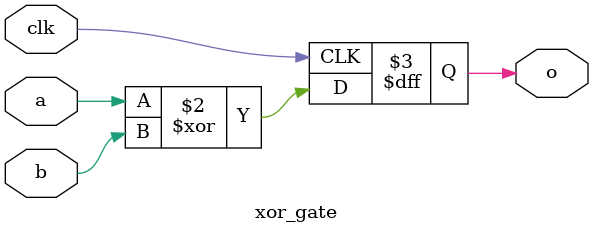
<source format=sv>
`timescale 1ns / 1ps

module xor_gate(
	input clk,
	input a, b,
	output reg o
);

always @ (posedge clk) begin
	o <= a ^ b;
end

endmodule

</source>
